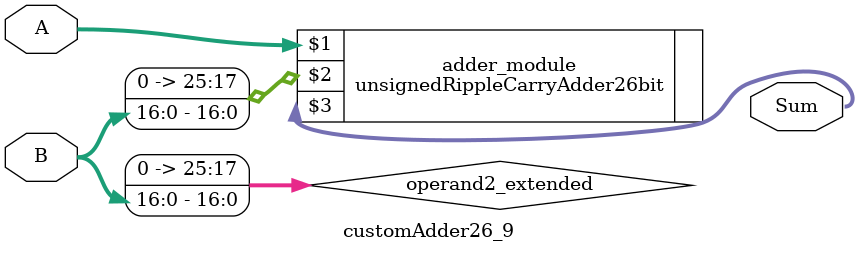
<source format=v>

module customAdder26_9(
                    input [25 : 0] A,
                    input [16 : 0] B,
                    
                    output [26 : 0] Sum
            );

    wire [25 : 0] operand2_extended;
    
    assign operand2_extended =  {9'b0, B};
    
    unsignedRippleCarryAdder26bit adder_module(
        A,
        operand2_extended,
        Sum
    );
    
endmodule
        
</source>
